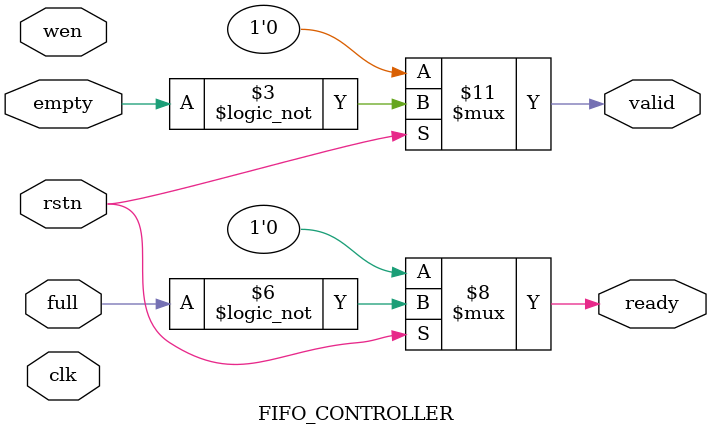
<source format=v>
module FIFO_CONTROLLER
(
    input clk,
    input rstn,
    input wen,
    input empty,
    input full,
    output reg valid,
    output reg ready
);

// make valid signal
always @(*) begin
    if (!rstn) begin
        valid <= 0;
    end
    else begin
        valid <= !empty;
    end
end


// make ready signal
always @(*) begin
    if (!rstn) begin
        ready <= 0;
    end
    else begin
        ready <= !full;
    end
end


endmodule
</source>
